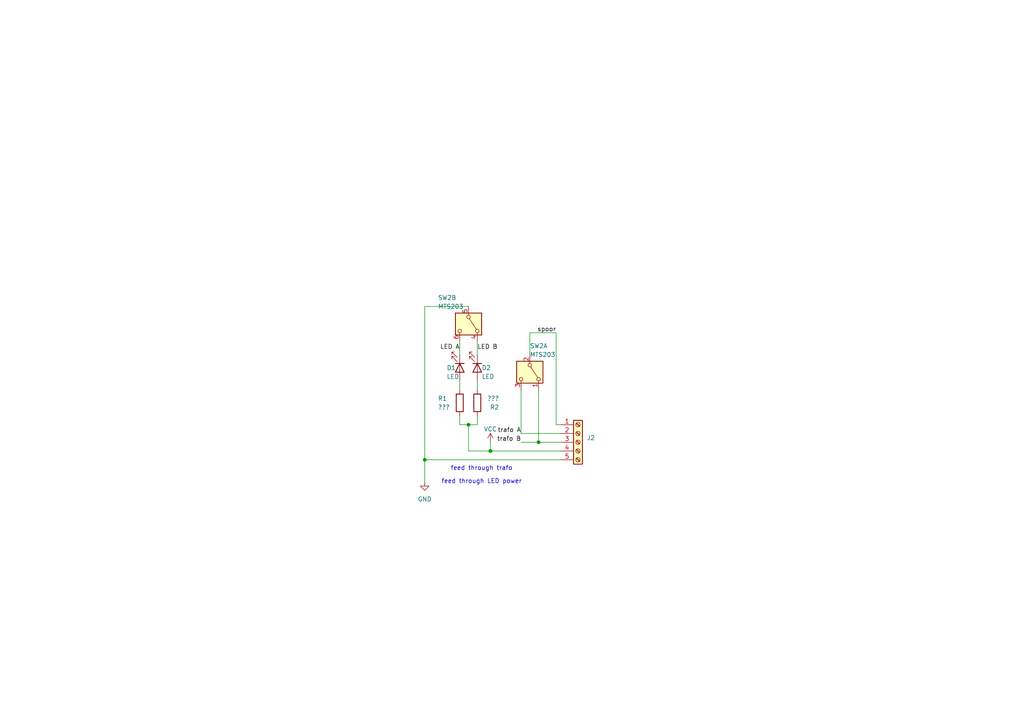
<source format=kicad_sch>
(kicad_sch (version 20231120) (generator "eeschema") (generator_version "8.0")
  (paper "A4")
  (lib_symbols
    (symbol "Connector:Screw_Terminal_01x05" (pin_names (offset 1.016) hide)
      (property "Reference" "J" (at 0 7.62 0))
      (property "Value" "Screw_Terminal_01x05" (at 0 -7.62 0))
      (symbol "Screw_Terminal_01x05_1_1"
        (rectangle (start -1.27 6.35) (end 1.27 -6.35) (stroke (width 0.254)) (fill (type background)))
        (circle (center 0 -5.08) (radius 0.635) (stroke (width 0.1524)))
        (circle (center 0 -2.54) (radius 0.635) (stroke (width 0.1524)))
        (polyline (pts (xy -0.5334 -4.7498) (xy 0.3302 -5.588)) (stroke (width 0.1524)))
        (polyline (pts (xy -0.5334 -2.2098) (xy 0.3302 -3.048)) (stroke (width 0.1524)))
        (polyline (pts (xy -0.5334 0.3302) (xy 0.3302 -0.508)) (stroke (width 0.1524)))
        (polyline (pts (xy -0.5334 2.8702) (xy 0.3302 2.032)) (stroke (width 0.1524)))
        (polyline (pts (xy -0.5334 5.4102) (xy 0.3302 4.572)) (stroke (width 0.1524)))
        (polyline (pts (xy -0.3556 -4.572) (xy 0.508 -5.4102)) (stroke (width 0.1524)))
        (polyline (pts (xy -0.3556 -2.032) (xy 0.508 -2.8702)) (stroke (width 0.1524)))
        (polyline (pts (xy -0.3556 0.508) (xy 0.508 -0.3302)) (stroke (width 0.1524)))
        (polyline (pts (xy -0.3556 3.048) (xy 0.508 2.2098)) (stroke (width 0.1524)))
        (polyline (pts (xy -0.3556 5.588) (xy 0.508 4.7498)) (stroke (width 0.1524)))
        (circle (center 0 0) (radius 0.635) (stroke (width 0.1524)))
        (circle (center 0 2.54) (radius 0.635) (stroke (width 0.1524)))
        (circle (center 0 5.08) (radius 0.635) (stroke (width 0.1524)))
        (pin passive line (at -5.08 5.08 0) (length 3.81) (name "Pin_1") (number "1"))
        (pin passive line (at -5.08 2.54 0) (length 3.81) (name "Pin_2") (number "2"))
        (pin passive line (at -5.08 0 0) (length 3.81) (name "Pin_3") (number "3"))
        (pin passive line (at -5.08 -2.54 0) (length 3.81) (name "Pin_4") (number "4"))
        (pin passive line (at -5.08 -5.08 0) (length 3.81) (name "Pin_5") (number "5"))
      )
    )
    (symbol "Device:LED" (pin_numbers hide) (pin_names (offset 1.016) hide)
      (property "Reference" "D" (at 0 2.54 0))
      (property "Value" "LED" (at 0 -2.54 0))
      (symbol "LED_0_1"
        (polyline (pts (xy -1.27 -1.27) (xy -1.27 1.27)) (stroke (width 0.254)))
        (polyline (pts (xy -1.27 0) (xy 1.27 0)))
        (polyline (pts (xy 1.27 -1.27) (xy 1.27 1.27) (xy -1.27 0) (xy 1.27 -1.27)) (stroke (width 0.254)))
        (polyline (pts (xy -3.048 -0.762) (xy -4.572 -2.286) (xy -3.81 -2.286) (xy -4.572 -2.286) (xy -4.572 -1.524)))
        (polyline (pts (xy -1.778 -0.762) (xy -3.302 -2.286) (xy -2.54 -2.286) (xy -3.302 -2.286) (xy -3.302 -1.524)))
      )
      (symbol "LED_1_1"
        (pin passive line (at -3.81 0 0) (length 2.54) (name "K") (number "1"))
        (pin passive line (at 3.81 0 180) (length 2.54) (name "A") (number "2"))
      )
    )
    (symbol "Device:R" (pin_numbers hide) (pin_names (offset 0))
      (property "Reference" "R" (at 2.032 0 90))
      (property "Value" "R" (at 0 0 90))
      (symbol "R_0_1"
        (rectangle (start -1.016 -2.54) (end 1.016 2.54) (stroke (width 0.254)))
      )
      (symbol "R_1_1"
        (pin passive line (at 0 3.81 270) (length 1.27) (name "~") (number "1"))
        (pin passive line (at 0 -3.81 90) (length 1.27) (name "~") (number "2"))
      )
    )
    (symbol "Switch:SW_DPDT_x2" (pin_names (offset 0) hide)
      (property "Reference" "SW" (at 0 5.08 0))
      (property "Value" "SW_DPDT_x2" (at 0 -5.08 0))
      (symbol "SW_DPDT_x2_0_0"
        (circle (center -2.032 0) (radius 0.508))
        (circle (center 2.032 -2.54) (radius 0.508))
      )
      (symbol "SW_DPDT_x2_0_1"
        (rectangle (start -3.175 3.81) (end 3.175 -3.81) (stroke (width 0.254)) (fill (type background)))
        (polyline (pts (xy -1.524 0.254) (xy 1.5748 2.286)))
        (circle (center 2.032 2.54) (radius 0.508))
      )
      (symbol "SW_DPDT_x2_1_1"
        (pin passive line (at 5.08 2.54 180) (length 2.54) (name "A") (number "1"))
        (pin passive line (at -5.08 0 0) (length 2.54) (name "B") (number "2"))
        (pin passive line (at 5.08 -2.54 180) (length 2.54) (name "C") (number "3"))
      )
      (symbol "SW_DPDT_x2_2_1"
        (pin passive line (at 5.08 2.54 180) (length 2.54) (name "A") (number "4"))
        (pin passive line (at -5.08 0 0) (length 2.54) (name "B") (number "5"))
        (pin passive line (at 5.08 -2.54 180) (length 2.54) (name "C") (number "6"))
      )
    )
    (symbol "power:GND" (power) (pin_numbers hide) (pin_names (offset 0) hide)
      (property "Value" "GND" (at 0 -3.81 0))
      (symbol "GND_0_1"
        (polyline (pts (xy 0 0) (xy 0 -1.27) (xy 1.27 -1.27) (xy 0 -2.54) (xy -1.27 -1.27) (xy 0 -1.27)))
      )
      (symbol "GND_1_1"
        (pin power_in line (at 0 0 270) (length 0) (name "~") (number "1"))
      )
    )
    (symbol "power:VCC" (power) (pin_numbers hide) (pin_names (offset 0) hide)
      (property "Value" "VCC" (at 0 3.556 0))
      (symbol "VCC_0_1"
        (polyline (pts (xy -0.762 1.27) (xy 0 2.54)))
        (polyline (pts (xy 0 0) (xy 0 2.54)))
        (polyline (pts (xy 0 2.54) (xy 0.762 1.27)))
      )
      (symbol "VCC_1_1"
        (pin power_in line (at 0 0 90) (length 0) (name "~") (number "1"))
      )
    )
  )
  (junction (at 156.21 128.27))
  (junction (at 123.19 133.35))
  (junction (at 142.24 130.81))
  (junction (at 135.89 123.19))
  (wire (pts (xy 135.89 130.81) (xy 142.24 130.81)))
  (wire (pts (xy 142.24 128.27) (xy 142.24 130.81)))
  (wire (pts (xy 138.43 99.06) (xy 138.43 102.87)))
  (wire (pts (xy 161.29 96.52) (xy 161.29 123.19)))
  (wire (pts (xy 156.21 113.03) (xy 156.21 128.27)))
  (wire (pts (xy 123.19 88.9) (xy 123.19 133.35)))
  (wire (pts (xy 151.13 128.27) (xy 156.21 128.27)))
  (wire (pts (xy 142.24 130.81) (xy 162.56 130.81)))
  (wire (pts (xy 153.67 96.52) (xy 161.29 96.52)))
  (wire (pts (xy 162.56 123.19) (xy 161.29 123.19)))
  (wire (pts (xy 151.13 113.03) (xy 151.13 125.73)))
  (wire (pts (xy 133.35 110.49) (xy 133.35 113.03)))
  (wire (pts (xy 135.89 88.9) (xy 123.19 88.9)))
  (wire (pts (xy 133.35 123.19) (xy 135.89 123.19)))
  (wire (pts (xy 133.35 99.06) (xy 133.35 102.87)))
  (wire (pts (xy 135.89 123.19) (xy 135.89 130.81)))
  (wire (pts (xy 135.89 123.19) (xy 138.43 123.19)))
  (wire (pts (xy 133.35 120.65) (xy 133.35 123.19)))
  (wire (pts (xy 123.19 133.35) (xy 162.56 133.35)))
  (wire (pts (xy 153.67 96.52) (xy 153.67 102.87)))
  (wire (pts (xy 138.43 110.49) (xy 138.43 113.03)))
  (wire (pts (xy 156.21 128.27) (xy 162.56 128.27)))
  (wire (pts (xy 138.43 120.65) (xy 138.43 123.19)))
  (wire (pts (xy 123.19 133.35) (xy 123.19 139.7)))
  (wire (pts (xy 151.13 125.73) (xy 162.56 125.73)))
  (text "feed through LED power" (at 139.7 139.7 0) (effects (font (size 1.27 1.27))))
  (text "feed through trafo" (at 139.7 135.89 0) (effects (font (size 1.27 1.27))))
  (label "LED B" (at 138.43 101.6 0))
  (label "trafo B" (at 151.13 128.27 180))
  (label "spoor" (at 161.29 96.52 180))
  (label "trafo A" (at 151.13 125.73 180))
  (label "LED A" (at 133.35 101.6 180))
  (symbol (lib_id "Device:R") (at 133.35 116.84 0) (unit 1)
    (property "Reference" "R1" (at 127 115.57 0) (effects (justify left)))
    (property "Value" "???" (at 127 118.11 0) (effects (justify left)))
    (property "Footprint" "Resistor_THT:R_Axial_DIN0204_L3.6mm_D1.6mm_P7.62mm_Horizontal" (effects (hide yes)))
    (property "Description" "Resistor" (effects (hide yes)))
  )
  (symbol (lib_id "Switch:SW_DPDT_x2") (at 135.89 93.98 270) (unit 2)
    (property "Reference" "SW2" (at 127 86.36 90) (effects (justify left)))
    (property "Value" "MTS203" (at 127 88.9 90) (effects (justify left)))
    (property "Footprint" "custom_kicad_lib_sk:MTS_DPDT" (effects (hide yes)))
    (property "Description" "Switch, dual pole double throw, separate symbols" (effects (hide yes)))
  )
  (symbol (lib_id "Device:R") (at 138.43 116.84 180) (unit 1)
    (property "Reference" "R2" (at 144.78 118.11 0) (effects (justify left)))
    (property "Value" "???" (at 144.78 115.57 0) (effects (justify left)))
    (property "Footprint" "Resistor_THT:R_Axial_DIN0204_L3.6mm_D1.6mm_P7.62mm_Horizontal" (effects (hide yes)))
    (property "Description" "Resistor" (effects (hide yes)))
  )
  (symbol (lib_id "Device:LED") (at 133.35 106.68 270) (unit 1)
    (property "Reference" "D1" (at 129.54 106.68 90) (effects (justify left)))
    (property "Value" "LED" (at 129.54 109.22 90) (effects (justify left)))
    (property "Footprint" "LED_THT:LED_D3.0mm" (effects (hide yes)))
    (property "Description" "Light emitting diode" (effects (hide yes)))
  )
  (symbol (lib_id "Connector:Screw_Terminal_01x05") (at 167.64 128.27 0) (unit 1)
    (property "Reference" "J2" (at 170.18 126.9999 0) (effects (justify left)))
    (property "Value" "Screw_Terminal_01x05" (effects (hide yes)))
    (property "Footprint" "Connector_Phoenix_MC:PhoenixContact_MCV_1,5_5-G-3.5_1x05_P3.50mm_Vertical" (effects (hide yes)))
    (property "Description" "Generic screw terminal, single row, 01x05, script generated (kicad-library-utils/schlib/autogen/connector/)" (effects (hide yes)))
  )
  (symbol (lib_id "Device:LED") (at 138.43 106.68 270) (unit 1)
    (property "Reference" "D2" (at 139.7 106.68 90) (effects (justify left)))
    (property "Value" "LED" (at 139.7 109.22 90) (effects (justify left)))
    (property "Footprint" "LED_THT:LED_D3.0mm" (effects (hide yes)))
    (property "Description" "Light emitting diode" (effects (hide yes)))
  )
  (symbol (lib_id "Switch:SW_DPDT_x2") (at 153.67 107.95 270) (unit 1)
    (property "Reference" "SW2" (at 153.67 100.33 90) (effects (justify left)))
    (property "Value" "MTS203" (at 153.67 102.87 90) (effects (justify left)))
    (property "Footprint" "custom_kicad_lib_sk:MTS_DPDT" (effects (hide yes)))
    (property "Description" "Switch, dual pole double throw, separate symbols" (effects (hide yes)))
  )
  (symbol (lib_id "power:GND") (at 123.19 139.7 0) (unit 1)
    (property "Reference" "#PWR01" (effects (hide yes)))
    (property "Value" "GND" (at 123.19 144.78 0))
    (property "Description" "Power symbol creates a global label with name \"GND\" , ground" (effects (hide yes)))
  )
  (symbol (lib_id "power:VCC") (at 142.24 128.27 0) (unit 1)
    (property "Reference" "#PWR02" (effects (hide yes)))
    (property "Value" "VCC" (at 142.24 124.46 0))
    (property "Description" "Power symbol creates a global label with name \"VCC\"" (effects (hide yes)))
  )
)
</source>
